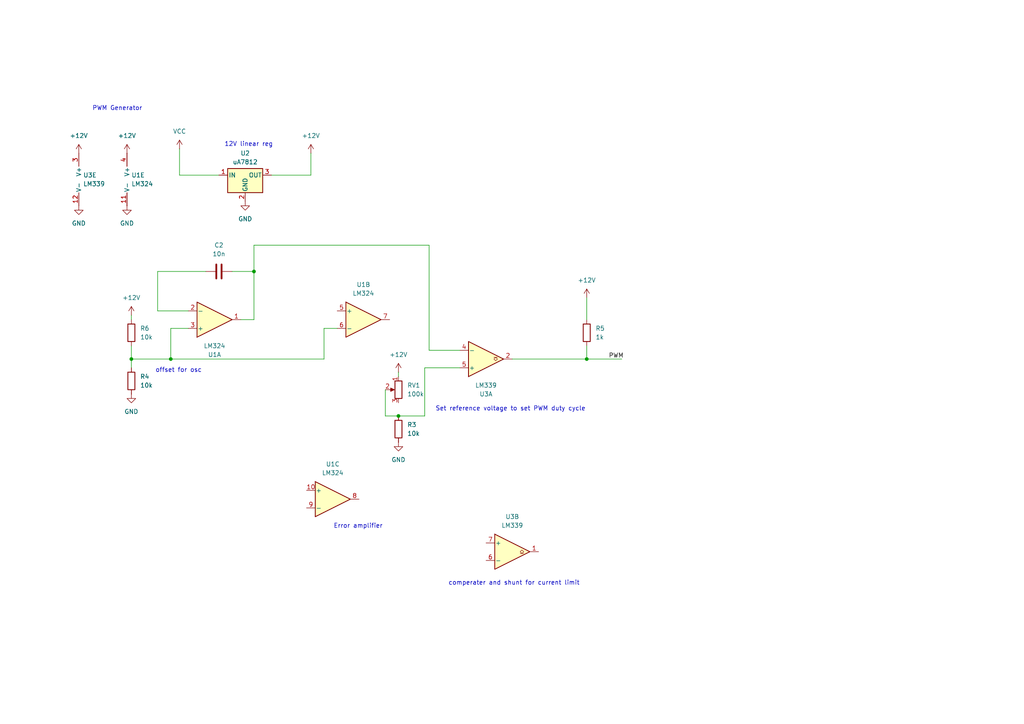
<source format=kicad_sch>
(kicad_sch (version 20231120) (generator "eeschema") (generator_version "8.0")
  (paper "A4")
  (lib_symbols
    (symbol "Amplifier_Operational:LM324" (pin_names (offset 0.127))
      (property "Reference" "U" (at 0 5.08 0))
      (property "Value" "LM324" (at 0 -5.08 0))
      (symbol "LM324_1_1"
        (polyline (pts (xy -5.08 5.08) (xy 5.08 0) (xy -5.08 -5.08) (xy -5.08 5.08)) (stroke (width 0.254)) (fill (type background)))
        (pin output line (at 7.62 0 180) (length 2.54) (name "~") (number "1"))
        (pin input line (at -7.62 -2.54 0) (length 2.54) (name "-") (number "2"))
        (pin input line (at -7.62 2.54 0) (length 2.54) (name "+") (number "3"))
      )
      (symbol "LM324_2_1"
        (polyline (pts (xy -5.08 5.08) (xy 5.08 0) (xy -5.08 -5.08) (xy -5.08 5.08)) (stroke (width 0.254)) (fill (type background)))
        (pin input line (at -7.62 2.54 0) (length 2.54) (name "+") (number "5"))
        (pin input line (at -7.62 -2.54 0) (length 2.54) (name "-") (number "6"))
        (pin output line (at 7.62 0 180) (length 2.54) (name "~") (number "7"))
      )
      (symbol "LM324_3_1"
        (polyline (pts (xy -5.08 5.08) (xy 5.08 0) (xy -5.08 -5.08) (xy -5.08 5.08)) (stroke (width 0.254)) (fill (type background)))
        (pin input line (at -7.62 2.54 0) (length 2.54) (name "+") (number "10"))
        (pin output line (at 7.62 0 180) (length 2.54) (name "~") (number "8"))
        (pin input line (at -7.62 -2.54 0) (length 2.54) (name "-") (number "9"))
      )
      (symbol "LM324_4_1"
        (polyline (pts (xy -5.08 5.08) (xy 5.08 0) (xy -5.08 -5.08) (xy -5.08 5.08)) (stroke (width 0.254)) (fill (type background)))
        (pin input line (at -7.62 2.54 0) (length 2.54) (name "+") (number "12"))
        (pin input line (at -7.62 -2.54 0) (length 2.54) (name "-") (number "13"))
        (pin output line (at 7.62 0 180) (length 2.54) (name "~") (number "14"))
      )
      (symbol "LM324_5_1"
        (pin power_in line (at -2.54 -7.62 90) (length 3.81) (name "V-") (number "11"))
        (pin power_in line (at -2.54 7.62 270) (length 3.81) (name "V+") (number "4"))
      )
    )
    (symbol "Comparator:LM339" (pin_names (offset 0.127))
      (property "Reference" "U" (at 0 5.08 0))
      (property "Value" "LM339" (at 0 -5.08 0))
      (symbol "LM339_1_1"
        (polyline (pts (xy -5.08 5.08) (xy 5.08 0) (xy -5.08 -5.08) (xy -5.08 5.08)) (stroke (width 0.254)) (fill (type background)))
        (polyline (pts (xy 3.302 -0.508) (xy 2.794 -0.508) (xy 3.302 0) (xy 2.794 0.508) (xy 2.286 0) (xy 2.794 -0.508) (xy 2.286 -0.508)) (stroke (width 0.127)))
        (pin open_collector line (at 7.62 0 180) (length 2.54) (name "~") (number "2"))
        (pin input line (at -7.62 -2.54 0) (length 2.54) (name "-") (number "4"))
        (pin input line (at -7.62 2.54 0) (length 2.54) (name "+") (number "5"))
      )
      (symbol "LM339_2_1"
        (polyline (pts (xy -5.08 5.08) (xy 5.08 0) (xy -5.08 -5.08) (xy -5.08 5.08)) (stroke (width 0.254)) (fill (type background)))
        (polyline (pts (xy 3.302 -0.508) (xy 2.794 -0.508) (xy 3.302 0) (xy 2.794 0.508) (xy 2.286 0) (xy 2.794 -0.508) (xy 2.286 -0.508)) (stroke (width 0.127)))
        (pin open_collector line (at 7.62 0 180) (length 2.54) (name "~") (number "1"))
        (pin input line (at -7.62 -2.54 0) (length 2.54) (name "-") (number "6"))
        (pin input line (at -7.62 2.54 0) (length 2.54) (name "+") (number "7"))
      )
      (symbol "LM339_3_1"
        (polyline (pts (xy -5.08 5.08) (xy 5.08 0) (xy -5.08 -5.08) (xy -5.08 5.08)) (stroke (width 0.254)) (fill (type background)))
        (polyline (pts (xy 3.302 -0.508) (xy 2.794 -0.508) (xy 3.302 0) (xy 2.794 0.508) (xy 2.286 0) (xy 2.794 -0.508) (xy 2.286 -0.508)) (stroke (width 0.127)))
        (pin input line (at -7.62 -2.54 0) (length 2.54) (name "-") (number "10"))
        (pin input line (at -7.62 2.54 0) (length 2.54) (name "+") (number "11"))
        (pin open_collector line (at 7.62 0 180) (length 2.54) (name "~") (number "13"))
      )
      (symbol "LM339_4_1"
        (polyline (pts (xy -5.08 5.08) (xy 5.08 0) (xy -5.08 -5.08) (xy -5.08 5.08)) (stroke (width 0.254)) (fill (type background)))
        (polyline (pts (xy 3.302 -0.508) (xy 2.794 -0.508) (xy 3.302 0) (xy 2.794 0.508) (xy 2.286 0) (xy 2.794 -0.508) (xy 2.286 -0.508)) (stroke (width 0.127)))
        (pin open_collector line (at 7.62 0 180) (length 2.54) (name "~") (number "14"))
        (pin input line (at -7.62 -2.54 0) (length 2.54) (name "-") (number "8"))
        (pin input line (at -7.62 2.54 0) (length 2.54) (name "+") (number "9"))
      )
      (symbol "LM339_5_1"
        (pin power_in line (at -2.54 -7.62 90) (length 3.81) (name "V-") (number "12"))
        (pin power_in line (at -2.54 7.62 270) (length 3.81) (name "V+") (number "3"))
      )
    )
    (symbol "Device:C" (pin_numbers hide) (pin_names (offset 0.254))
      (property "Reference" "C" (at 0.635 2.54 0))
      (property "Value" "C" (at 0.635 -2.54 0))
      (symbol "C_0_1"
        (polyline (pts (xy -2.032 -0.762) (xy 2.032 -0.762)) (stroke (width 0.508)))
        (polyline (pts (xy -2.032 0.762) (xy 2.032 0.762)) (stroke (width 0.508)))
      )
      (symbol "C_1_1"
        (pin passive line (at 0 3.81 270) (length 2.794) (name "~") (number "1"))
        (pin passive line (at 0 -3.81 90) (length 2.794) (name "~") (number "2"))
      )
    )
    (symbol "Device:R" (pin_numbers hide) (pin_names (offset 0))
      (property "Reference" "R" (at 2.032 0 90))
      (property "Value" "R" (at 0 0 90))
      (symbol "R_0_1"
        (rectangle (start -1.016 -2.54) (end 1.016 2.54) (stroke (width 0.254)))
      )
      (symbol "R_1_1"
        (pin passive line (at 0 3.81 270) (length 1.27) (name "~") (number "1"))
        (pin passive line (at 0 -3.81 90) (length 1.27) (name "~") (number "2"))
      )
    )
    (symbol "Device:R_Potentiometer" (pin_names (offset 1.016) hide)
      (property "Reference" "RV" (at -4.445 0 90))
      (property "Value" "R_Potentiometer" (at -2.54 0 90))
      (symbol "R_Potentiometer_0_1"
        (polyline (pts (xy 2.54 0) (xy 1.524 0)))
        (polyline (pts (xy 1.143 0) (xy 2.286 0.508) (xy 2.286 -0.508) (xy 1.143 0)) (fill (type outline)))
        (rectangle (start 1.016 2.54) (end -1.016 -2.54) (stroke (width 0.254)))
      )
      (symbol "R_Potentiometer_1_1"
        (pin passive line (at 0 3.81 270) (length 1.27) (name "1") (number "1"))
        (pin passive line (at 3.81 0 180) (length 1.27) (name "2") (number "2"))
        (pin passive line (at 0 -3.81 90) (length 1.27) (name "3") (number "3"))
      )
    )
    (symbol "Regulator_Linear:uA7812" (pin_names (offset 0.254))
      (property "Reference" "U" (at -3.81 3.175 0))
      (property "Value" "uA7812" (at 0 3.175 0))
      (symbol "uA7812_0_1"
        (rectangle (start -5.08 1.905) (end 5.08 -5.08) (stroke (width 0.254)) (fill (type background)))
      )
      (symbol "uA7812_1_1"
        (pin power_in line (at -7.62 0 0) (length 2.54) (name "IN") (number "1"))
        (pin power_in line (at 0 -7.62 90) (length 2.54) (name "GND") (number "2"))
        (pin power_out line (at 7.62 0 180) (length 2.54) (name "OUT") (number "3"))
      )
    )
    (symbol "power:+12V" (power) (pin_numbers hide) (pin_names (offset 0) hide)
      (property "Value" "+12V" (at 0 3.556 0))
      (symbol "+12V_0_1"
        (polyline (pts (xy -0.762 1.27) (xy 0 2.54)))
        (polyline (pts (xy 0 0) (xy 0 2.54)))
        (polyline (pts (xy 0 2.54) (xy 0.762 1.27)))
      )
      (symbol "+12V_1_1"
        (pin power_in line (at 0 0 90) (length 0) (name "~") (number "1"))
      )
    )
    (symbol "power:GND" (power) (pin_numbers hide) (pin_names (offset 0) hide)
      (property "Value" "GND" (at 0 -3.81 0))
      (symbol "GND_0_1"
        (polyline (pts (xy 0 0) (xy 0 -1.27) (xy 1.27 -1.27) (xy 0 -2.54) (xy -1.27 -1.27) (xy 0 -1.27)))
      )
      (symbol "GND_1_1"
        (pin power_in line (at 0 0 270) (length 0) (name "~") (number "1"))
      )
    )
    (symbol "power:VCC" (power) (pin_numbers hide) (pin_names (offset 0) hide)
      (property "Value" "VCC" (at 0 3.556 0))
      (symbol "VCC_0_1"
        (polyline (pts (xy -0.762 1.27) (xy 0 2.54)))
        (polyline (pts (xy 0 0) (xy 0 2.54)))
        (polyline (pts (xy 0 2.54) (xy 0.762 1.27)))
      )
      (symbol "VCC_1_1"
        (pin power_in line (at 0 0 90) (length 0) (name "~") (number "1"))
      )
    )
  )
  (junction (at 115.57 120.65))
  (junction (at 73.66 78.74))
  (junction (at 49.53 104.14))
  (junction (at 170.18 104.14))
  (junction (at 38.1 104.14))
  (wire (pts (xy 170.18 100.33) (xy 170.18 104.14)))
  (wire (pts (xy 93.98 95.25) (xy 93.98 104.14)))
  (wire (pts (xy 93.98 104.14) (xy 49.53 104.14)))
  (wire (pts (xy 111.76 113.03) (xy 111.76 120.65)))
  (wire (pts (xy 63.5 50.8) (xy 52.07 50.8)))
  (wire (pts (xy 78.74 50.8) (xy 90.17 50.8)))
  (wire (pts (xy 45.72 78.74) (xy 59.69 78.74)))
  (wire (pts (xy 123.19 106.68) (xy 123.19 120.65)))
  (wire (pts (xy 97.79 95.25) (xy 93.98 95.25)))
  (wire (pts (xy 45.72 90.17) (xy 54.61 90.17)))
  (wire (pts (xy 45.72 90.17) (xy 45.72 78.74)))
  (wire (pts (xy 38.1 100.33) (xy 38.1 104.14)))
  (wire (pts (xy 38.1 91.44) (xy 38.1 92.71)))
  (wire (pts (xy 73.66 71.12) (xy 73.66 78.74)))
  (wire (pts (xy 115.57 120.65) (xy 123.19 120.65)))
  (wire (pts (xy 115.57 107.95) (xy 115.57 109.22)))
  (wire (pts (xy 111.76 120.65) (xy 115.57 120.65)))
  (wire (pts (xy 124.46 71.12) (xy 124.46 101.6)))
  (wire (pts (xy 148.59 104.14) (xy 170.18 104.14)))
  (wire (pts (xy 133.35 106.68) (xy 123.19 106.68)))
  (wire (pts (xy 73.66 78.74) (xy 73.66 92.71)))
  (wire (pts (xy 170.18 104.14) (xy 180.34 104.14)))
  (wire (pts (xy 54.61 95.25) (xy 49.53 95.25)))
  (wire (pts (xy 133.35 101.6) (xy 124.46 101.6)))
  (wire (pts (xy 38.1 104.14) (xy 49.53 104.14)))
  (wire (pts (xy 52.07 43.18) (xy 52.07 50.8)))
  (wire (pts (xy 170.18 86.36) (xy 170.18 92.71)))
  (wire (pts (xy 69.85 92.71) (xy 73.66 92.71)))
  (wire (pts (xy 67.31 78.74) (xy 73.66 78.74)))
  (wire (pts (xy 49.53 95.25) (xy 49.53 104.14)))
  (wire (pts (xy 38.1 106.68) (xy 38.1 104.14)))
  (wire (pts (xy 124.46 71.12) (xy 73.66 71.12)))
  (wire (pts (xy 90.17 44.45) (xy 90.17 50.8)))
  (text "comperater and shunt for current limit" (at 149.098 169.164 0) (effects (font (size 1.27 1.27))))
  (text "PWM Generator" (at 34.036 31.496 0) (effects (font (size 1.27 1.27))))
  (text "Error amplifier" (at 103.886 152.654 0) (effects (font (size 1.27 1.27))))
  (text "12V linear reg" (at 72.136 41.91 0) (effects (font (size 1.27 1.27))))
  (text "Set reference voltage to set PWM duty cycle" (at 148.082 118.618 0) (effects (font (size 1.27 1.27))))
  (text "offset for osc" (at 51.816 107.442 0) (effects (font (size 1.27 1.27))))
  (label "PWM" (at 176.53 104.14 0))
  (symbol (lib_id "Device:C") (at 63.5 78.74 90) (unit 1)
    (property "Reference" "C2" (at 63.5 71.12 90))
    (property "Value" "10n" (at 63.5 73.66 90))
    (property "Description" "Unpolarized capacitor" (effects (hide yes)))
  )
  (symbol (lib_id "power:+12V") (at 170.18 86.36 0) (unit 1)
    (property "Reference" "#PWR017" (effects (hide yes)))
    (property "Value" "+12V" (at 170.18 81.28 0))
    (property "Description" "Power symbol creates a global label with name \"+12V\"" (effects (hide yes)))
  )
  (symbol (lib_id "Comparator:LM339") (at 148.59 160.02 0) (unit 2)
    (property "Reference" "U3" (at 148.59 149.86 0))
    (property "Value" "LM339" (at 148.59 152.4 0))
    (property "Datasheet" "https://www.st.com/resource/en/datasheet/lm139.pdf" (effects (hide yes)))
    (property "Description" "Quad Differential Comparators, SOIC-14/TSSOP-14" (effects (hide yes)))
  )
  (symbol (lib_id "Amplifier_Operational:LM324") (at 105.41 92.71 0) (unit 2)
    (property "Reference" "U1" (at 105.41 82.55 0))
    (property "Value" "LM324" (at 105.41 85.09 0))
    (property "Datasheet" "http://www.ti.com/lit/ds/symlink/lm2902-n.pdf" (effects (hide yes)))
    (property "Description" "Low-Power, Quad-Operational Amplifiers, DIP-14/SOIC-14/SSOP-14" (effects (hide yes)))
  )
  (symbol (lib_id "power:+12V") (at 22.86 44.45 0) (unit 1)
    (property "Reference" "#PWR011" (effects (hide yes)))
    (property "Value" "+12V" (at 22.86 39.37 0))
    (property "Description" "Power symbol creates a global label with name \"+12V\"" (effects (hide yes)))
  )
  (symbol (lib_id "power:VCC") (at 52.07 43.18 0) (unit 1)
    (property "Reference" "#PWR08" (effects (hide yes)))
    (property "Value" "VCC" (at 52.07 38.1 0))
    (property "Description" "Power symbol creates a global label with name \"VCC\"" (effects (hide yes)))
  )
  (symbol (lib_id "Amplifier_Operational:LM324") (at 96.52 144.78 0) (unit 3)
    (property "Reference" "U1" (at 96.52 134.62 0))
    (property "Value" "LM324" (at 96.52 137.16 0))
    (property "Datasheet" "http://www.ti.com/lit/ds/symlink/lm2902-n.pdf" (effects (hide yes)))
    (property "Description" "Low-Power, Quad-Operational Amplifiers, DIP-14/SOIC-14/SSOP-14" (effects (hide yes)))
  )
  (symbol (lib_id "Device:R") (at 38.1 96.52 0) (unit 1)
    (property "Reference" "R6" (at 40.64 95.2499 0) (effects (justify left)))
    (property "Value" "10k" (at 40.64 97.7899 0) (effects (justify left)))
    (property "Description" "Resistor" (effects (hide yes)))
  )
  (symbol (lib_id "Comparator:LM339") (at 25.4 52.07 0) (unit 5)
    (property "Reference" "U3" (at 24.13 50.7999 0) (effects (justify left)))
    (property "Value" "LM339" (at 24.13 53.3399 0) (effects (justify left)))
    (property "Datasheet" "https://www.st.com/resource/en/datasheet/lm139.pdf" (effects (hide yes)))
    (property "Description" "Quad Differential Comparators, SOIC-14/TSSOP-14" (effects (hide yes)))
  )
  (symbol (lib_id "power:GND") (at 22.86 59.69 0) (unit 1)
    (property "Reference" "#PWR02" (effects (hide yes)))
    (property "Value" "GND" (at 22.86 64.77 0))
    (property "Description" "Power symbol creates a global label with name \"GND\" , ground" (effects (hide yes)))
  )
  (symbol (lib_id "power:+12V") (at 38.1 91.44 0) (unit 1)
    (property "Reference" "#PWR015" (effects (hide yes)))
    (property "Value" "+12V" (at 38.1 86.36 0))
    (property "Description" "Power symbol creates a global label with name \"+12V\"" (effects (hide yes)))
  )
  (symbol (lib_id "Device:R") (at 38.1 110.49 0) (unit 1)
    (property "Reference" "R4" (at 40.64 109.2199 0) (effects (justify left)))
    (property "Value" "10k" (at 40.64 111.7599 0) (effects (justify left)))
    (property "Description" "Resistor" (effects (hide yes)))
  )
  (symbol (lib_id "Amplifier_Operational:LM324") (at 62.23 92.71 0) (mirror x) (unit 1)
    (property "Reference" "U1" (at 62.23 102.87 0))
    (property "Value" "LM324" (at 62.23 100.33 0))
    (property "Datasheet" "http://www.ti.com/lit/ds/symlink/lm2902-n.pdf" (effects (hide yes)))
    (property "Description" "Low-Power, Quad-Operational Amplifiers, DIP-14/SOIC-14/SSOP-14" (effects (hide yes)))
  )
  (symbol (lib_id "Device:R_Potentiometer") (at 115.57 113.03 0) (mirror y) (unit 1)
    (property "Reference" "RV1" (at 118.11 111.7599 0) (effects (justify right)))
    (property "Value" "100k" (at 118.11 114.2999 0) (effects (justify right)))
    (property "Description" "Potentiometer" (effects (hide yes)))
  )
  (symbol (lib_id "power:+12V") (at 36.83 44.45 0) (unit 1)
    (property "Reference" "#PWR012" (effects (hide yes)))
    (property "Value" "+12V" (at 36.83 39.37 0))
    (property "Description" "Power symbol creates a global label with name \"+12V\"" (effects (hide yes)))
  )
  (symbol (lib_id "Comparator:LM339") (at 140.97 104.14 0) (mirror x) (unit 1)
    (property "Reference" "U3" (at 140.97 114.3 0))
    (property "Value" "LM339" (at 140.97 111.76 0))
    (property "Datasheet" "https://www.st.com/resource/en/datasheet/lm139.pdf" (effects (hide yes)))
    (property "Description" "Quad Differential Comparators, SOIC-14/TSSOP-14" (effects (hide yes)))
  )
  (symbol (lib_id "Device:R") (at 115.57 124.46 0) (unit 1)
    (property "Reference" "R3" (at 118.11 123.1899 0) (effects (justify left)))
    (property "Value" "10k" (at 118.11 125.7299 0) (effects (justify left)))
    (property "Description" "Resistor" (effects (hide yes)))
  )
  (symbol (lib_id "power:GND") (at 115.57 128.27 0) (unit 1)
    (property "Reference" "#PWR013" (effects (hide yes)))
    (property "Value" "GND" (at 115.57 133.35 0))
    (property "Description" "Power symbol creates a global label with name \"GND\" , ground" (effects (hide yes)))
  )
  (symbol (lib_id "Amplifier_Operational:LM324") (at 39.37 52.07 0) (unit 5)
    (property "Reference" "U1" (at 38.1 50.7999 0) (effects (justify left)))
    (property "Value" "LM324" (at 38.1 53.3399 0) (effects (justify left)))
    (property "Datasheet" "http://www.ti.com/lit/ds/symlink/lm2902-n.pdf" (effects (hide yes)))
    (property "Description" "Low-Power, Quad-Operational Amplifiers, DIP-14/SOIC-14/SSOP-14" (effects (hide yes)))
  )
  (symbol (lib_id "power:GND") (at 36.83 59.69 0) (unit 1)
    (property "Reference" "#PWR03" (effects (hide yes)))
    (property "Value" "GND" (at 36.83 64.77 0))
    (property "Description" "Power symbol creates a global label with name \"GND\" , ground" (effects (hide yes)))
  )
  (symbol (lib_id "power:+12V") (at 115.57 107.95 0) (unit 1)
    (property "Reference" "#PWR014" (effects (hide yes)))
    (property "Value" "+12V" (at 115.57 102.87 0))
    (property "Description" "Power symbol creates a global label with name \"+12V\"" (effects (hide yes)))
  )
  (symbol (lib_id "power:GND") (at 71.12 58.42 0) (unit 1)
    (property "Reference" "#PWR01" (effects (hide yes)))
    (property "Value" "GND" (at 71.12 63.5 0))
    (property "Description" "Power symbol creates a global label with name \"GND\" , ground" (effects (hide yes)))
  )
  (symbol (lib_id "Regulator_Linear:uA7812") (at 71.12 50.8 0) (unit 1)
    (property "Reference" "U2" (at 71.12 44.45 0))
    (property "Value" "uA7812" (at 71.12 46.99 0))
    (property "Datasheet" "http://www.ti.com/lit/ds/symlink/ua78.pdf" (effects (hide yes)))
    (property "Description" "Positive 1A 35V Linear Regulator, Fixed Output 12V, TO-220/TO-263" (effects (hide yes)))
  )
  (symbol (lib_id "Device:R") (at 170.18 96.52 0) (unit 1)
    (property "Reference" "R5" (at 172.72 95.2499 0) (effects (justify left)))
    (property "Value" "1k" (at 172.72 97.7899 0) (effects (justify left)))
    (property "Description" "Resistor" (effects (hide yes)))
  )
  (symbol (lib_id "power:GND") (at 38.1 114.3 0) (unit 1)
    (property "Reference" "#PWR016" (effects (hide yes)))
    (property "Value" "GND" (at 38.1 119.38 0))
    (property "Description" "Power symbol creates a global label with name \"GND\" , ground" (effects (hide yes)))
  )
  (symbol (lib_id "power:+12V") (at 90.17 44.45 0) (unit 1)
    (property "Reference" "#PWR010" (effects (hide yes)))
    (property "Value" "+12V" (at 90.17 39.37 0))
    (property "Description" "Power symbol creates a global label with name \"+12V\"" (effects (hide yes)))
  )
)
</source>
